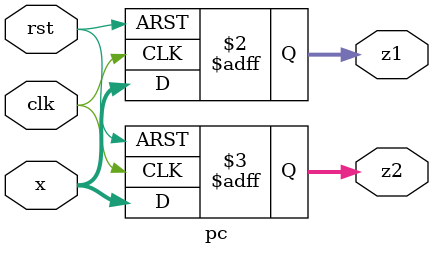
<source format=v>
module pc(x,clk,rst,z1,z2);
input [31:0] x;
input clk,rst;
output reg [31:0] z1, z2;

always @(posedge clk or posedge rst) begin
	
	if(rst) begin // reset to what the PC was at the beginning of the program
		z1 <= 12288;
		z2 <= 12288;
	end

	else begin
		z1 <= x;
		z2 <= x;
	end
end

endmodule

</source>
